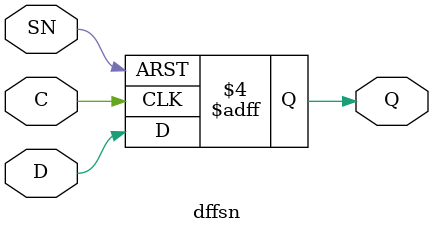
<source format=v>
module carry_adder (
  input a, b, cin,
  output sumout, cout
);

  assign {cout, sumout} = a + b + cin;

endmodule

//-----------------------------
// Dual-port RAM 128x8 bit (1Kbit)
// Core logic
//-----------------------------
module dpram_128x8_core (
  input wclk,
  input wen,
  input [0:6] waddr,
  input [0:7] data_in,
  input rclk,
  input ren,
  input [0:6] raddr,
  output [0:7] data_out );

  reg [0:7] ram[0:127];
  reg [0:7] internal;

  assign data_out = internal;

  always @(posedge wclk) begin
    if(wen) begin
      ram[waddr] <= data_in;
    end
  end

  always @(posedge rclk) begin
    if(ren) begin
      internal <= ram[raddr];
    end
  end

endmodule

//-----------------------------
// Dual-port RAM 128x8 bit (1Kbit) wrapper
// where the read clock and write clock
// are combined to a unified clock
//-----------------------------
module dpram_128x8 (
  input clk,
  input wen,
  input ren,
  input [0:6] waddr,
  input [0:6] raddr,
  input [0:7] data_in,
  output [0:7] data_out );

    dpram_128x8_core memory_0 (
      .wclk    (clk),
      .wen    (wen),
      .waddr    (waddr),
      .data_in  (data_in),
      .rclk    (clk),
      .ren    (ren),
      .raddr    (raddr),
      .data_out    (data_out) );

endmodule

//-----------------------------
// 18-bit multiplier
//-----------------------------
module mult_18(
  input [0:17] A,
  input [0:17] B,
  output [0:35] Y
);

assign Y = A * B;

endmodule

//-----------------------------
// Native D-type flip-flop
//-----------------------------
(* abc9_flop, lib_whitebox *)
module dff(
    output reg Q,
    input D,
    (* clkbuf_sink *)
    (* invertible_pin = "IS_C_INVERTED" *)
    input C
);
    parameter [0:0] INIT = 1'b0;
    parameter [0:0] IS_C_INVERTED = 1'b0;
    initial Q = INIT;
    case(|IS_C_INVERTED)
          1'b0:
            always @(posedge C)
                Q <= D;
          1'b1:
            always @(negedge C)
                Q <= D;
    endcase
endmodule

//-----------------------------
// D-type flip-flop with active-high asynchronous reset
//-----------------------------
(* abc9_flop, lib_whitebox *)
module dffr(
    output reg Q,
    input D,
    input R,
    (* clkbuf_sink *)
    (* invertible_pin = "IS_C_INVERTED" *)
    input C
);
    parameter [0:0] INIT = 1'b0;
    parameter [0:0] IS_C_INVERTED = 1'b0;
    initial Q = INIT;
    case(|IS_C_INVERTED)
          1'b0:
            always @(posedge C or posedge R)
                if (R == 1'b1)
                        Q <= 1'b0;
                else
                        Q <= D;
          1'b1:
            always @(negedge C or posedge R)
                if (R == 1'b1)
                        Q <= 1'b0;
                else
                        Q <= D;
    endcase
endmodule

//-----------------------------
// D-type flip-flop with active-high asynchronous set
//-----------------------------
(* abc9_flop, lib_whitebox *)
module dffs(
    output reg Q,
    input D,
    input S,
    (* clkbuf_sink *)
    (* invertible_pin = "IS_C_INVERTED" *)
    input C
);
    parameter [0:0] INIT = 1'b0;
    parameter [0:0] IS_C_INVERTED = 1'b0;
    initial Q = INIT;
    case(|IS_C_INVERTED)
          1'b0:
            always @(posedge C or posedge S)
                if (S == 1'b1)
                        Q <= 1'b1;
                else
                        Q <= D;
          1'b1:
            always @(negedge C or posedge S)
                if (S == 1'b1)
                        Q <= 1'b1;
                else
                        Q <= D;
    endcase
endmodule

//-----------------------------
// D-type flip-flop with active-low asynchronous reset
//-----------------------------
(* abc9_flop, lib_whitebox *)
module dffrn(
    output reg Q,
    input D,
    input RN,
    (* clkbuf_sink *)
    (* invertible_pin = "IS_C_INVERTED" *)
    input C
);
    parameter [0:0] INIT = 1'b0;
    parameter [0:0] IS_C_INVERTED = 1'b0;
    initial Q = INIT;
    case(|IS_C_INVERTED)
          1'b0:
            always @(posedge C or negedge RN)
                if (RN == 1'b0)
                        Q <= 1'b0;
                else
                        Q <= D;
          1'b1:
            always @(negedge C or negedge RN)
                if (RN == 1'b0)
                        Q <= 1'b0;
                else
                        Q <= D;
    endcase
endmodule

//-----------------------------
// D-type flip-flop with active-low asynchronous set
//-----------------------------
(* abc9_flop, lib_whitebox *)
module dffsn(
    output reg Q,
    input D,
    input SN,
    (* clkbuf_sink *)
    (* invertible_pin = "IS_C_INVERTED" *)
    input C
);
    parameter [0:0] INIT = 1'b0;
    parameter [0:0] IS_C_INVERTED = 1'b0;
    initial Q = INIT;
    case(|IS_C_INVERTED)
          1'b0:
            always @(posedge C or negedge SN)
                if (SN == 1'b0)
                        Q <= 1'b1;
                else
                        Q <= D;
          1'b1:
            always @(negedge C or negedge SN)
                if (SN == 1'b0)
                        Q <= 1'b1;
                else
                        Q <= D;
    endcase
endmodule


</source>
